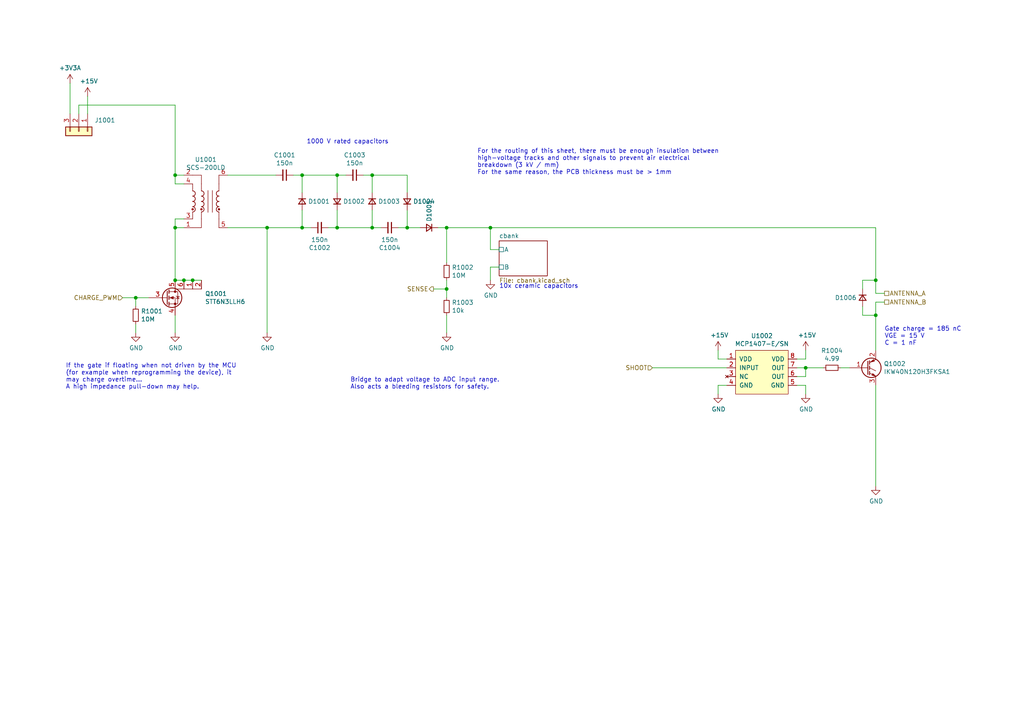
<source format=kicad_sch>
(kicad_sch (version 20250114) (generator "eeschema") (generator_version "9.0")
  (paper "A4")
  (title_block (title "Electromagnetic Fault Injector") (date "2019-10-29") (rev "0.1") (company "Ledger"))
  (lib_symbols
    (symbol "Connector_Generic:Conn_01x03" (pin_names (offset 1.016) (hide yes))
      (property "Reference" "J" (at 0 5.08 0))
      (property "Value" "Conn_01x03" (at 0 -5.08 0))
      (symbol "Conn_01x03_1_1"
        (rectangle (start -1.27 3.81) (end 1.27 -3.81) (stroke (width 0.254)) (fill (type background)))
        (rectangle (start -1.27 2.667) (end 0 2.413) (stroke (width 0.1524)))
        (rectangle (start -1.27 0.127) (end 0 -0.127) (stroke (width 0.1524)))
        (rectangle (start -1.27 -2.413) (end 0 -2.667) (stroke (width 0.1524)))
        (pin passive line (at -5.08 2.54 0) (length 3.81) (name "Pin_1") (number "1"))
        (pin passive line (at -5.08 0 0) (length 3.81) (name "Pin_2") (number "2"))
        (pin passive line (at -5.08 -2.54 0) (length 3.81) (name "Pin_3") (number "3"))
      )
    )
    (symbol "Device:C_Small" (pin_numbers (hide yes)) (pin_names (offset 0.254) (hide yes))
      (property "Reference" "C" (at 0.254 1.778 0))
      (property "Value" "C_Small" (at 0.254 -2.032 0))
      (symbol "C_Small_0_1"
        (polyline (pts (xy -1.524 0.508) (xy 1.524 0.508)) (stroke (width 0.3048)))
        (polyline (pts (xy -1.524 -0.508) (xy 1.524 -0.508)) (stroke (width 0.3302)))
      )
      (symbol "C_Small_1_1"
        (pin passive line (at 0 2.54 270) (length 2.032) (name "~") (number "1"))
        (pin passive line (at 0 -2.54 90) (length 2.032) (name "~") (number "2"))
      )
    )
    (symbol "Device:D_Small" (pin_numbers (hide yes)) (pin_names (offset 0.254) (hide yes))
      (property "Reference" "D" (at -1.27 2.032 0))
      (property "Value" "D_Small" (at -3.81 -2.032 0))
      (symbol "D_Small_0_1"
        (polyline (pts (xy -0.762 0) (xy 0.762 0)))
        (polyline (pts (xy -0.762 -1.016) (xy -0.762 1.016)) (stroke (width 0.254)))
        (polyline (pts (xy 0.762 -1.016) (xy -0.762 0) (xy 0.762 1.016) (xy 0.762 -1.016)) (stroke (width 0.254)))
      )
      (symbol "D_Small_1_1"
        (pin passive line (at -2.54 0 0) (length 1.778) (name "K") (number "1"))
        (pin passive line (at 2.54 0 180) (length 1.778) (name "A") (number "2"))
      )
    )
    (symbol "Device:Q_NIGBT_GCE" (pin_names (offset 0) (hide yes))
      (property "Reference" "Q" (at 5.08 1.27 0))
      (property "Value" "Q_NIGBT_GCE" (at 5.08 -1.27 0))
      (symbol "Q_NIGBT_GCE_0_1"
        (polyline (pts (xy 0.254 1.905) (xy 0.254 -1.905) (xy 0.254 -1.905)) (stroke (width 0.254)))
        (polyline (pts (xy 0.762 2.032) (xy 0.762 1.016)) (stroke (width 0.254)))
        (polyline (pts (xy 0.762 0.508) (xy 0.762 -0.508)) (stroke (width 0.254)))
        (polyline (pts (xy 0.762 -1.016) (xy 0.762 -2.032)) (stroke (width 0.254)))
        (circle (center 1.27 0) (radius 2.8194) (stroke (width 0.254)))
        (polyline (pts (xy 1.397 -2.159) (xy 1.651 -1.651) (xy 2.54 -2.413) (xy 1.397 -2.159)) (fill (type outline)))
        (polyline (pts (xy 2.159 1.905) (xy 1.905 2.413) (xy 1.016 1.651) (xy 2.159 1.905)) (fill (type outline)))
        (polyline (pts (xy 2.54 2.413) (xy 0.762 1.524)))
        (polyline (pts (xy 2.54 -0.889) (xy 0.762 0)))
        (polyline (pts (xy 2.54 -2.413) (xy 0.762 -1.524)))
      )
      (symbol "Q_NIGBT_GCE_1_1"
        (pin input line (at -5.08 0 0) (length 5.334) (name "G") (number "1"))
        (pin passive line (at 2.54 5.08 270) (length 2.54) (name "C") (number "2"))
        (pin passive line (at 2.54 -5.08 90) (length 2.54) (name "E") (number "3"))
      )
    )
    (symbol "Device:R_Small" (pin_numbers (hide yes)) (pin_names (offset 0.254) (hide yes))
      (property "Reference" "R" (at 0.762 0.508 0))
      (property "Value" "R_Small" (at 0.762 -1.016 0))
      (symbol "R_Small_0_1"
        (rectangle (start -0.762 1.778) (end 0.762 -1.778) (stroke (width 0.2032)))
      )
      (symbol "R_Small_1_1"
        (pin passive line (at 0 2.54 270) (length 0.762) (name "~") (number "1"))
        (pin passive line (at 0 -2.54 90) (length 0.762) (name "~") (number "2"))
      )
    )
    (symbol "mylib:+3V3A" (power) (pin_numbers (hide yes)) (pin_names (offset 1.016))
      (property "Value" "mylib_+3V3A" (at 0 0 0))
      (symbol "+3V3A_1_1"
        (polyline (pts (xy -0.762 1.27) (xy 0 2.54)))
        (polyline (pts (xy 0 2.54) (xy 0.762 1.27)))
        (polyline (pts (xy 0 0) (xy 0 2.54)))
        (pin power_in line (at 0 0 90) (length 0) (hide yes) (name "+3V3A") (number "1"))
      )
    )
    (symbol "mylib:MCP1407" (pin_names (offset 1.016))
      (property "Reference" "U" (at 0 6.35 0))
      (property "Value" "mylib_MCP1407" (at 0 -8.89 0))
      (symbol "MCP1407_0_1"
        (rectangle (start -7.62 5.08) (end 7.62 -7.62) (fill (type background)))
      )
      (symbol "MCP1407_1_1"
        (pin power_in line (at -10.16 2.54 0) (length 2.54) (name "VDD") (number "1"))
        (pin input line (at -10.16 0 0) (length 2.54) (name "INPUT") (number "2"))
        (pin no_connect line (at -10.16 -2.54 0) (length 2.54) (name "NC") (number "3"))
        (pin power_in line (at -10.16 -5.08 0) (length 2.54) (name "GND") (number "4"))
        (pin power_in line (at 10.16 2.54 180) (length 2.54) (name "VDD") (number "8"))
        (pin output line (at 10.16 0 180) (length 2.54) (name "OUT") (number "7"))
        (pin output line (at 10.16 -2.54 180) (length 2.54) (name "OUT") (number "6"))
        (pin power_in line (at 10.16 -5.08 180) (length 2.54) (name "GND") (number "5"))
      )
    )
    (symbol "mylib:SCS-200LD" (pin_names (offset 1.016))
      (property "Reference" "U" (at 0 0 0))
      (property "Value" "mylib_SCS-200LD" (at 0 0 0))
      (symbol "SCS-200LD_0_1"
        (polyline (pts (xy -2.54 5.08) (xy -2.54 7.62) (xy -5.08 7.62)))
        (polyline (pts (xy -2.54 -5.08) (xy -2.54 -7.62) (xy -5.08 -7.62)))
        (polyline (pts (xy 2.54 5.08) (xy 2.54 7.62)))
        (polyline (pts (xy 2.54 -7.62) (xy 2.54 -5.08)))
      )
      (symbol "SCS-200LD_1_1"
        (arc (start -5.08 3.048) (mid -4.3213 2.286) (end -5.08 1.524) (stroke (width 0.2032)))
        (arc (start -5.08 1.524) (mid -4.3213 0.762) (end -5.08 0) (stroke (width 0.2032)))
        (arc (start -5.08 0) (mid -4.3213 -0.762) (end -5.08 -1.524) (stroke (width 0.2032)))
        (arc (start -5.08 -1.524) (mid -4.3213 -2.286) (end -5.08 -3.048) (stroke (width 0.2032)))
        (polyline (pts (xy -5.08 5.08) (xy -5.08 3.048)))
        (circle (center -5.08 2.286) (radius 0.254) (fill (type outline)))
        (polyline (pts (xy -5.08 -3.048) (xy -5.08 -5.08)))
        (arc (start -2.54 3.048) (mid -1.7813 2.286) (end -2.54 1.524) (stroke (width 0.2032)))
        (arc (start -2.54 1.524) (mid -1.7813 0.762) (end -2.54 0) (stroke (width 0.2032)))
        (arc (start -2.54 0) (mid -1.7813 -0.762) (end -2.54 -1.524) (stroke (width 0.2032)))
        (arc (start -2.54 -1.524) (mid -1.7813 -2.286) (end -2.54 -3.048) (stroke (width 0.2032)))
        (polyline (pts (xy -2.54 5.08) (xy -2.54 3.048)))
        (circle (center -2.54 2.286) (radius 0.254) (fill (type outline)))
        (polyline (pts (xy -2.54 -3.048) (xy -2.54 -5.08)))
        (polyline (pts (xy -0.635 3.175) (xy -0.635 -3.175)))
        (polyline (pts (xy 0.635 3.175) (xy 0.635 -3.175)))
        (polyline (pts (xy 2.54 5.08) (xy 2.54 3.048)))
        (circle (center 2.54 2.286) (radius 0.254) (fill (type outline)))
        (polyline (pts (xy 2.54 -3.048) (xy 2.54 -5.08)))
        (arc (start 2.54 1.524) (mid 1.7813 2.286) (end 2.54 3.048) (stroke (width 0.2032)))
        (arc (start 2.54 0) (mid 1.7813 0.762) (end 2.54 1.524) (stroke (width 0.2032)))
        (arc (start 2.54 -1.524) (mid 1.7813 -0.762) (end 2.54 0) (stroke (width 0.2032)))
        (arc (start 2.54 -3.048) (mid 1.7813 -2.286) (end 2.54 -1.524) (stroke (width 0.2032)))
        (pin passive line (at -7.62 7.62 0) (length 2.54) (name "~") (number "1"))
        (pin passive line (at -7.62 5.08 0) (length 2.54) (name "~") (number "3"))
        (pin passive line (at -7.62 -5.08 0) (length 2.54) (name "~") (number "4"))
        (pin passive line (at -7.62 -7.62 0) (length 2.54) (name "~") (number "2"))
        (pin passive line (at 5.08 7.62 180) (length 2.54) (name "~") (number "5"))
        (pin passive line (at 5.08 -7.62 180) (length 2.54) (name "~") (number "6"))
      )
    )
    (symbol "mylib:STT6N3LLH6" (pin_names (offset 1.016))
      (property "Reference" "Q" (at 3.81 0 0))
      (property "Value" "mylib_STT6N3LLH6" (at 7.62 -2.54 0))
      (symbol "STT6N3LLH6_0_1"
        (polyline (pts (xy 7.62 2.54) (xy 0 2.54)))
      )
      (symbol "STT6N3LLH6_1_1"
        (polyline (pts (xy -2.4892 0) (xy -2.286 0)))
        (polyline (pts (xy -2.286 1.905) (xy -2.286 -1.905) (xy -2.286 -1.905)) (stroke (width 0.254)))
        (polyline (pts (xy -1.778 2.286) (xy -1.778 1.27)) (stroke (width 0.254)))
        (polyline (pts (xy -1.778 1.778) (xy 0 1.778)))
        (polyline (pts (xy -1.778 0.508) (xy -1.778 -0.508)) (stroke (width 0.254)))
        (polyline (pts (xy -1.778 0) (xy 0 0)))
        (polyline (pts (xy -1.778 -1.27) (xy -1.778 -2.286)) (stroke (width 0.254)))
        (polyline (pts (xy -1.778 -1.778) (xy 0 -1.778)))
        (polyline (pts (xy -1.524 0) (xy -0.508 0.381) (xy -0.508 -0.381) (xy -1.524 0)) (fill (type outline)))
        (circle (center -0.889 0) (radius 2.8194) (stroke (width 0.254)))
        (polyline (pts (xy 0 2.54) (xy 0 1.778)))
        (circle (center 0 1.778) (radius 0.2794) (fill (type outline)))
        (polyline (pts (xy 0 -1.778) (xy 0 0)))
        (polyline (pts (xy 0 -1.778) (xy 0 -2.54)))
        (polyline (pts (xy 0 -1.778) (xy 0.762 -1.778) (xy 0.762 1.778) (xy 0 1.778)))
        (circle (center 0 -1.778) (radius 0.2794) (fill (type outline)))
        (polyline (pts (xy 0.254 0.508) (xy 0.381 0.381) (xy 1.143 0.381) (xy 1.27 0.254)))
        (polyline (pts (xy 0.762 0.381) (xy 0.381 -0.254) (xy 1.143 -0.254) (xy 0.762 0.381)))
        (pin input line (at -7.62 0 0) (length 5.08) (name "~") (number "3"))
        (pin passive line (at 0 5.08 270) (length 2.54) (name "~") (number "5"))
        (pin passive line (at 0 -5.08 90) (length 2.54) (name "~") (number "4"))
        (pin passive line (at 2.54 5.08 270) (length 2.54) (name "~") (number "6"))
        (pin passive line (at 5.08 5.08 270) (length 2.54) (name "~") (number "1"))
        (pin passive line (at 7.62 5.08 270) (length 2.54) (name "~") (number "2"))
      )
    )
    (symbol "power:+15V" (power) (pin_names (offset 0))
      (property "Value" "+15V" (at 0 3.556 0))
      (symbol "+15V_0_1"
        (polyline (pts (xy -0.762 1.27) (xy 0 2.54)))
        (polyline (pts (xy 0 2.54) (xy 0.762 1.27)))
        (polyline (pts (xy 0 0) (xy 0 2.54)))
      )
      (symbol "+15V_1_1"
        (pin power_in line (at 0 0 90) (length 0) (hide yes) (name "+15V") (number "1"))
      )
    )
    (symbol "power:GND" (power) (pin_names (offset 0))
      (property "Value" "GND" (at 0 -3.81 0))
      (symbol "GND_0_1"
        (polyline (pts (xy 0 0) (xy 0 -1.27) (xy 1.27 -1.27) (xy 0 -2.54) (xy -1.27 -1.27) (xy 0 -1.27)))
      )
      (symbol "GND_1_1"
        (pin power_in line (at 0 0 270) (length 0) (hide yes) (name "GND") (number "1"))
      )
    )
  )
  (text "10x ceramic capacitors" (at 144.78 83.82 0) (effects (font (size 1.27 1.27)) (justify left bottom)))
  (text "Gate charge = 185 nC\nVGE = 15 V\nC = 1 nF" (at 256.54 100.33 0) (effects (font (size 1.27 1.27)) (justify left bottom)))
  (text "If the gate if floating when not driven by the MCU\n(for example when reprogramming the device), it\nmay charge overtime...\nA high impedance pull-down may help." (at 19.05 113.03 0) (effects (font (size 1.27 1.27)) (justify left bottom)))
  (text "For the routing of this sheet, there must be enough insulation between\nhigh-voltage tracks and other signals to prevent air electrical\nbreakdown (3 kV / mm)\nFor the same reason, the PCB thickness must be > 1mm" (at 138.43 50.8 0) (effects (font (size 1.27 1.27)) (justify left bottom)))
  (text "1000 V rated capacitors" (at 88.9 41.91 0) (effects (font (size 1.27 1.27)) (justify left bottom)))
  (text "Bridge to adapt voltage to ADC input range.\nAlso acts a bleeding resistors for safety." (at 101.6 113.03 0) (effects (font (size 1.27 1.27)) (justify left bottom)))
  (junction (at 50.8 81.28))
  (junction (at 254 91.44))
  (junction (at 129.54 83.82))
  (junction (at 107.95 50.8))
  (junction (at 55.88 81.28))
  (junction (at 50.8 66.04))
  (junction (at 87.63 50.8))
  (junction (at 50.8 50.8))
  (junction (at 87.63 66.04))
  (junction (at 39.37 86.36))
  (junction (at 53.34 81.28))
  (junction (at 118.11 66.04))
  (junction (at 97.79 66.04))
  (junction (at 142.24 66.04))
  (junction (at 107.95 66.04))
  (junction (at 129.54 66.04))
  (junction (at 233.68 106.68))
  (junction (at 254 81.28))
  (junction (at 77.47 66.04))
  (junction (at 97.79 50.8))
  (wire (pts (xy 53.34 63.5) (xy 50.8 63.5)))
  (wire (pts (xy 100.33 50.8) (xy 97.79 50.8)))
  (wire (pts (xy 129.54 81.28) (xy 129.54 83.82)))
  (wire (pts (xy 22.86 30.48) (xy 50.8 30.48)))
  (wire (pts (xy 127 66.04) (xy 129.54 66.04)))
  (wire (pts (xy 39.37 88.9) (xy 39.37 86.36)))
  (wire (pts (xy 77.47 96.52) (xy 77.47 66.04)))
  (wire (pts (xy 144.78 77.47) (xy 142.24 77.47)))
  (wire (pts (xy 254 81.28) (xy 254 66.04)))
  (wire (pts (xy 115.57 66.04) (xy 118.11 66.04)))
  (wire (pts (xy 142.24 72.39) (xy 142.24 66.04)))
  (wire (pts (xy 254 87.63) (xy 254 91.44)))
  (wire (pts (xy 50.8 63.5) (xy 50.8 66.04)))
  (wire (pts (xy 246.38 106.68) (xy 243.84 106.68)))
  (wire (pts (xy 238.76 106.68) (xy 233.68 106.68)))
  (wire (pts (xy 55.88 81.28) (xy 53.34 81.28)))
  (wire (pts (xy 250.19 83.82) (xy 250.19 81.28)))
  (wire (pts (xy 233.68 109.22) (xy 231.14 109.22)))
  (wire (pts (xy 254 111.76) (xy 254 140.97)))
  (wire (pts (xy 210.82 111.76) (xy 208.28 111.76)))
  (wire (pts (xy 77.47 66.04) (xy 87.63 66.04)))
  (wire (pts (xy 50.8 96.52) (xy 50.8 91.44)))
  (wire (pts (xy 233.68 114.3) (xy 233.68 111.76)))
  (wire (pts (xy 39.37 86.36) (xy 43.18 86.36)))
  (wire (pts (xy 118.11 66.04) (xy 118.11 60.96)))
  (wire (pts (xy 118.11 66.04) (xy 121.92 66.04)))
  (wire (pts (xy 256.54 85.09) (xy 254 85.09)))
  (wire (pts (xy 129.54 83.82) (xy 125.73 83.82)))
  (wire (pts (xy 97.79 55.88) (xy 97.79 50.8)))
  (wire (pts (xy 95.25 66.04) (xy 97.79 66.04)))
  (wire (pts (xy 50.8 50.8) (xy 50.8 30.48)))
  (wire (pts (xy 97.79 50.8) (xy 87.63 50.8)))
  (wire (pts (xy 142.24 77.47) (xy 142.24 81.28)))
  (wire (pts (xy 87.63 50.8) (xy 87.63 55.88)))
  (wire (pts (xy 233.68 106.68) (xy 233.68 109.22)))
  (wire (pts (xy 129.54 66.04) (xy 142.24 66.04)))
  (wire (pts (xy 210.82 104.14) (xy 208.28 104.14)))
  (wire (pts (xy 129.54 91.44) (xy 129.54 96.52)))
  (wire (pts (xy 208.28 104.14) (xy 208.28 101.6)))
  (wire (pts (xy 233.68 101.6) (xy 233.68 104.14)))
  (wire (pts (xy 256.54 87.63) (xy 254 87.63)))
  (wire (pts (xy 110.49 66.04) (xy 107.95 66.04)))
  (wire (pts (xy 189.23 106.68) (xy 210.82 106.68)))
  (wire (pts (xy 254 85.09) (xy 254 81.28)))
  (wire (pts (xy 35.56 86.36) (xy 39.37 86.36)))
  (wire (pts (xy 87.63 66.04) (xy 90.17 66.04)))
  (wire (pts (xy 107.95 60.96) (xy 107.95 66.04)))
  (wire (pts (xy 50.8 66.04) (xy 50.8 81.28)))
  (wire (pts (xy 107.95 66.04) (xy 97.79 66.04)))
  (wire (pts (xy 142.24 66.04) (xy 254 66.04)))
  (wire (pts (xy 233.68 106.68) (xy 231.14 106.68)))
  (wire (pts (xy 85.09 50.8) (xy 87.63 50.8)))
  (wire (pts (xy 250.19 91.44) (xy 250.19 88.9)))
  (wire (pts (xy 66.04 66.04) (xy 77.47 66.04)))
  (wire (pts (xy 129.54 83.82) (xy 129.54 86.36)))
  (wire (pts (xy 39.37 96.52) (xy 39.37 93.98)))
  (wire (pts (xy 144.78 72.39) (xy 142.24 72.39)))
  (wire (pts (xy 20.32 24.13) (xy 20.32 33.02)))
  (wire (pts (xy 58.42 81.28) (xy 55.88 81.28)))
  (wire (pts (xy 50.8 53.34) (xy 50.8 50.8)))
  (wire (pts (xy 53.34 81.28) (xy 50.8 81.28)))
  (wire (pts (xy 53.34 66.04) (xy 50.8 66.04)))
  (wire (pts (xy 208.28 111.76) (xy 208.28 114.3)))
  (wire (pts (xy 97.79 66.04) (xy 97.79 60.96)))
  (wire (pts (xy 53.34 53.34) (xy 50.8 53.34)))
  (wire (pts (xy 107.95 50.8) (xy 107.95 55.88)))
  (wire (pts (xy 233.68 104.14) (xy 231.14 104.14)))
  (wire (pts (xy 118.11 55.88) (xy 118.11 50.8)))
  (wire (pts (xy 25.4 27.94) (xy 25.4 33.02)))
  (wire (pts (xy 105.41 50.8) (xy 107.95 50.8)))
  (wire (pts (xy 233.68 111.76) (xy 231.14 111.76)))
  (wire (pts (xy 53.34 50.8) (xy 50.8 50.8)))
  (wire (pts (xy 250.19 81.28) (xy 254 81.28)))
  (wire (pts (xy 87.63 60.96) (xy 87.63 66.04)))
  (wire (pts (xy 66.04 50.8) (xy 80.01 50.8)))
  (wire (pts (xy 254 91.44) (xy 254 101.6)))
  (wire (pts (xy 254 91.44) (xy 250.19 91.44)))
  (wire (pts (xy 129.54 66.04) (xy 129.54 76.2)))
  (wire (pts (xy 118.11 50.8) (xy 107.95 50.8)))
  (wire (pts (xy 22.86 33.02) (xy 22.86 30.48)))
  (hierarchical_label "ANTENNA_A" (shape passive) (at 256.54 85.09 0))
  (hierarchical_label "SENSE" (shape output) (at 125.73 83.82 180))
  (hierarchical_label "SHOOT" (shape input) (at 189.23 106.68 180))
  (hierarchical_label "ANTENNA_B" (shape passive) (at 256.54 87.63 0))
  (hierarchical_label "CHARGE_PWM" (shape input) (at 35.56 86.36 180))
  (symbol (lib_id "Device:C_Small") (at 82.55 50.8 270) (unit 1)
    (property "Reference" "C1001" (at 82.55 44.9834 90))
    (property "Value" "150n" (at 82.55 47.2948 90))
    (property "Footprint" "Capacitor_SMD:C_2225_5664Metric_Pad1.80x6.60mm_HandSolder" (effects (hide yes)))
    (property "Manufacturer" "Kemet" (effects (hide yes)))
    (property "ManufacturerRef" "C2225X154KDRACTU" (effects (hide yes)))
    (property "Price" "3.46" (effects (hide yes)))
    (property "Vendor" "Farnell" (effects (hide yes)))
    (property "VendorRef" "2676668" (effects (hide yes)))
    (property "Voltage" "1000" (effects (hide yes)))
  )
  (symbol (lib_id "Device:D_Small") (at 87.63 58.42 270) (unit 1)
    (property "Reference" "D1001" (at 89.3572 58.42 90) (effects (justify left)))
    (property "Value" "US1K-E3/61T" (effects (hide yes)))
    (property "Footprint" "Diode_SMD:D_SMA_Handsoldering" (effects (hide yes)))
    (property "Manufacturer" "Vishay" (effects (hide yes)))
    (property "ManufacturerRef" "US1K-E3/61T" (effects (hide yes)))
    (property "Vendor" "Farnell" (effects (hide yes)))
    (property "VendorRef" "2335178" (effects (hide yes)))
    (property "Price" "0.291" (effects (hide yes)))
  )
  (symbol (lib_id "Device:C_Small") (at 92.71 66.04 90) (mirror x) (unit 1)
    (property "Reference" "C1002" (at 92.71 71.8566 90))
    (property "Value" "150n" (at 92.71 69.5452 90))
    (property "Footprint" "Capacitor_SMD:C_2225_5664Metric_Pad1.80x6.60mm_HandSolder" (effects (hide yes)))
    (property "Manufacturer" "Kemet" (effects (hide yes)))
    (property "ManufacturerRef" "C2225X154KDRACTU" (effects (hide yes)))
    (property "Price" "3.46" (effects (hide yes)))
    (property "Vendor" "Farnell" (effects (hide yes)))
    (property "VendorRef" "2676668" (effects (hide yes)))
    (property "Voltage" "1000" (effects (hide yes)))
  )
  (symbol (lib_id "Device:C_Small") (at 102.87 50.8 270) (unit 1)
    (property "Reference" "C1003" (at 102.87 44.9834 90))
    (property "Value" "150n" (at 102.87 47.2948 90))
    (property "Footprint" "Capacitor_SMD:C_2225_5664Metric_Pad1.80x6.60mm_HandSolder" (effects (hide yes)))
    (property "Manufacturer" "Kemet" (effects (hide yes)))
    (property "ManufacturerRef" "C2225X154KDRACTU" (effects (hide yes)))
    (property "Price" "3.46" (effects (hide yes)))
    (property "Vendor" "Farnell" (effects (hide yes)))
    (property "VendorRef" "2676668" (effects (hide yes)))
    (property "Voltage" "1000" (effects (hide yes)))
  )
  (symbol (lib_id "Device:C_Small") (at 113.03 66.04 270) (mirror x) (unit 1)
    (property "Reference" "C1004" (at 113.03 71.8566 90))
    (property "Value" "150n" (at 113.03 69.5452 90))
    (property "Footprint" "Capacitor_SMD:C_2225_5664Metric_Pad1.80x6.60mm_HandSolder" (effects (hide yes)))
    (property "Manufacturer" "Kemet" (effects (hide yes)))
    (property "ManufacturerRef" "C2225X154KDRACTU" (effects (hide yes)))
    (property "Price" "3.46" (effects (hide yes)))
    (property "Vendor" "Farnell" (effects (hide yes)))
    (property "VendorRef" "2676668" (effects (hide yes)))
    (property "Voltage" "1000" (effects (hide yes)))
  )
  (symbol (lib_id "mylib:STT6N3LLH6") (at 50.8 86.36 0) (unit 1)
    (property "Reference" "Q1001" (at 59.4614 85.1916 0) (effects (justify left)))
    (property "Value" "STT6N3LLH6" (at 59.4614 87.503 0) (effects (justify left)))
    (property "Footprint" "Package_TO_SOT_SMD:SOT-23-6" (effects (hide yes)))
    (property "Manufacturer" "STMicroelectronics" (effects (hide yes)))
    (property "ManufacturerRef" "STT6N3LLH6" (effects (hide yes)))
    (property "Vendor" "Farnell" (effects (hide yes)))
    (property "VendorRef" "3130139" (effects (hide yes)))
    (property "Price" "0.869" (effects (hide yes)))
  )
  (symbol (lib_id "power:GND") (at 50.8 96.52 0) (unit 1)
    (property "Reference" "#PWR01004" (effects (hide yes)))
    (property "Value" "GND" (at 50.927 100.9142 0))
  )
  (symbol (lib_id "mylib:+3V3A") (at 20.32 24.13 0) (unit 1)
    (property "Reference" "#PWR01001" (effects (hide yes)))
    (property "Value" "+3V3A" (at 20.32 19.7104 0))
  )
  (symbol (lib_id "power:GND") (at 77.47 96.52 0) (unit 1)
    (property "Reference" "#PWR01005" (effects (hide yes)))
    (property "Value" "GND" (at 77.597 100.9142 0))
  )
  (symbol (lib_id "Device:R_Small") (at 129.54 78.74 0) (unit 1)
    (property "Reference" "R1002" (at 131.0386 77.5716 0) (effects (justify left)))
    (property "Value" "10M" (at 131.0386 79.883 0) (effects (justify left)))
    (property "Footprint" "Resistor_SMD:R_0603_1608Metric" (effects (hide yes)))
    (property "Manufacturer" "Multicomp" (effects (hide yes)))
    (property "ManufacturerRef" "MCWR06W1005FTL" (effects (hide yes)))
    (property "Price" "0.0046" (effects (hide yes)))
    (property "Vendor" "Farnell" (effects (hide yes)))
    (property "VendorRef" "2447232" (effects (hide yes)))
  )
  (symbol (lib_id "Device:R_Small") (at 129.54 88.9 0) (unit 1)
    (property "Reference" "R1003" (at 131.0386 87.7316 0) (effects (justify left)))
    (property "Value" "10k" (at 131.0386 90.043 0) (effects (justify left)))
    (property "Footprint" "Resistor_SMD:R_0603_1608Metric" (effects (hide yes)))
    (property "Manufacturer" "TE Connectivity" (effects (hide yes)))
    (property "ManufacturerRef" "CRGH0603J10K" (effects (hide yes)))
    (property "Price" "0.038" (effects (hide yes)))
    (property "Vendor" "Farnell" (effects (hide yes)))
    (property "VendorRef" "2331740" (effects (hide yes)))
  )
  (symbol (lib_id "power:GND") (at 129.54 96.52 0) (unit 1)
    (property "Reference" "#PWR01006" (effects (hide yes)))
    (property "Value" "GND" (at 129.667 100.9142 0))
  )
  (symbol (lib_id "Device:Q_NIGBT_GCE") (at 251.46 106.68 0) (unit 1)
    (property "Reference" "Q1002" (at 256.3114 105.5116 0) (effects (justify left)))
    (property "Value" "IKW40N120H3FKSA1" (at 256.3114 107.823 0) (effects (justify left)))
    (property "Footprint" "mykicadlibs:TO-247-3_Horizontal_TabDown_NoTabDrill" (effects (hide yes)))
    (property "Datasheet" "https://www.infineon.com/dgdl/Infineon-IKW40N120H3-DS-v02_01-EN.pdf?fileId=db3a304325305e6d012591d4832f7032" (effects (hide yes)))
    (property "Manufacturer" "Infineon" (effects (hide yes)))
    (property "ManufacturerRef" "IKW40N120H3FKSA1" (effects (hide yes)))
    (property "Vendor" "Farnell" (effects (hide yes)))
    (property "VendorRef" "1832351" (effects (hide yes)))
    (property "Price" "8.46" (effects (hide yes)))
  )
  (symbol (lib_id "power:GND") (at 254 140.97 0) (unit 1)
    (property "Reference" "#PWR01012" (effects (hide yes)))
    (property "Value" "GND" (at 254.127 145.3642 0))
  )
  (symbol (lib_id "Connector_Generic:Conn_01x03") (at 22.86 38.1 270) (unit 1)
    (property "Reference" "J1001" (at 27.432 34.8742 90) (effects (justify left)))
    (property "Value" "Conn_01x03" (effects (hide yes)))
    (property "Footprint" "Connector_PinHeader_2.54mm:PinHeader_1x03_P2.54mm_Vertical" (effects (hide yes)))
  )
  (symbol (lib_id "power:+15V") (at 25.4 27.94 0) (unit 1)
    (property "Reference" "#PWR01002" (effects (hide yes)))
    (property "Value" "+15V" (at 25.781 23.5458 0))
  )
  (symbol (lib_id "power:GND") (at 233.68 114.3 0) (unit 1)
    (property "Reference" "#PWR01011" (effects (hide yes)))
    (property "Value" "GND" (at 233.807 118.6942 0))
  )
  (symbol (lib_id "power:+15V") (at 233.68 101.6 0) (unit 1)
    (property "Reference" "#PWR01010" (effects (hide yes)))
    (property "Value" "+15V" (at 234.061 97.2058 0))
  )
  (symbol (lib_id "Device:D_Small") (at 97.79 58.42 270) (mirror x) (unit 1)
    (property "Reference" "D1002" (at 99.5172 58.42 90) (effects (justify left)))
    (property "Value" "US1K-E3/61T" (effects (hide yes)))
    (property "Footprint" "Diode_SMD:D_SMA_Handsoldering" (effects (hide yes)))
    (property "Manufacturer" "Vishay" (effects (hide yes)))
    (property "ManufacturerRef" "US1K-E3/61T" (effects (hide yes)))
    (property "Vendor" "Farnell" (effects (hide yes)))
    (property "VendorRef" "2335178" (effects (hide yes)))
    (property "Price" "0.291" (effects (hide yes)))
  )
  (symbol (lib_id "Device:D_Small") (at 107.95 58.42 270) (unit 1)
    (property "Reference" "D1003" (at 109.6772 58.42 90) (effects (justify left)))
    (property "Value" "US1K-E3/61T" (effects (hide yes)))
    (property "Footprint" "Diode_SMD:D_SMA_Handsoldering" (effects (hide yes)))
    (property "Manufacturer" "Vishay" (effects (hide yes)))
    (property "ManufacturerRef" "US1K-E3/61T" (effects (hide yes)))
    (property "Vendor" "Farnell" (effects (hide yes)))
    (property "VendorRef" "2335178" (effects (hide yes)))
    (property "Price" "0.291" (effects (hide yes)))
  )
  (symbol (lib_id "Device:D_Small") (at 118.11 58.42 270) (mirror x) (unit 1)
    (property "Reference" "D1004" (at 119.8372 58.42 90) (effects (justify left)))
    (property "Value" "US1K-E3/61T" (effects (hide yes)))
    (property "Footprint" "Diode_SMD:D_SMA_Handsoldering" (effects (hide yes)))
    (property "Manufacturer" "Vishay" (effects (hide yes)))
    (property "ManufacturerRef" "US1K-E3/61T" (effects (hide yes)))
    (property "Vendor" "Farnell" (effects (hide yes)))
    (property "VendorRef" "2335178" (effects (hide yes)))
    (property "Price" "0.291" (effects (hide yes)))
  )
  (symbol (lib_id "mylib:SCS-200LD") (at 60.96 58.42 0) (mirror x) (unit 1)
    (property "Reference" "U1001" (at 59.69 46.2788 0))
    (property "Value" "SCS-200LD" (at 59.69 48.5902 0))
    (property "Footprint" "mykicadlibs:SCS-200L" (effects (hide yes)))
    (property "Manufacturer" "Coilcraft" (effects (hide yes)))
    (property "ManufacturerRef" "SCS-200L" (effects (hide yes)))
    (property "Price" "3.62" (effects (hide yes)))
    (property "Vendor" "Farnell" (effects (hide yes)))
    (property "VendorRef" "2526945" (effects (hide yes)))
  )
  (symbol (lib_id "Device:D_Small") (at 124.46 66.04 0) (mirror y) (unit 1)
    (property "Reference" "D1005" (at 124.46 64.3128 90) (effects (justify left)))
    (property "Value" "US1K-E3/61T" (effects (hide yes)))
    (property "Footprint" "Diode_SMD:D_SMA_Handsoldering" (effects (hide yes)))
    (property "Manufacturer" "Vishay" (effects (hide yes)))
    (property "ManufacturerRef" "US1K-E3/61T" (effects (hide yes)))
    (property "Vendor" "Farnell" (effects (hide yes)))
    (property "VendorRef" "2335178" (effects (hide yes)))
    (property "Price" "0.291" (effects (hide yes)))
  )
  (symbol (lib_id "power:GND") (at 142.24 81.28 0) (unit 1)
    (property "Reference" "#PWR01007" (effects (hide yes)))
    (property "Value" "GND" (at 142.367 85.6742 0))
  )
  (symbol (lib_id "mylib:MCP1407") (at 220.98 106.68 0) (unit 1)
    (property "Reference" "U1002" (at 220.98 97.409 0))
    (property "Value" "MCP1407-E/SN" (at 220.98 99.7204 0))
    (property "Footprint" "Package_SO:SOIC-8_3.9x4.9mm_P1.27mm" (effects (hide yes)))
    (property "Manufacturer" "Microchip" (effects (hide yes)))
    (property "ManufacturerRef" "MCP1407-E/SN" (effects (hide yes)))
    (property "Vendor" "Farnell" (effects (hide yes)))
    (property "VendorRef" "1332080" (effects (hide yes)))
    (property "Price" "0.918" (effects (hide yes)))
  )
  (symbol (lib_id "Device:R_Small") (at 241.3 106.68 270) (unit 1)
    (property "Reference" "R1004" (at 241.3 101.7016 90))
    (property "Value" "4.99" (at 241.3 104.013 90))
    (property "Footprint" "Resistor_SMD:R_0603_1608Metric" (effects (hide yes)))
    (property "Manufacturer" "Vishay" (effects (hide yes)))
    (property "ManufacturerRef" "CRCW06034R99FKEA" (effects (hide yes)))
    (property "Price" "0.0367" (effects (hide yes)))
    (property "ValueIdeal" "5" (effects (hide yes)))
    (property "Vendor" "Farnell" (effects (hide yes)))
    (property "VendorRef" "2616753" (effects (hide yes)))
  )
  (symbol (lib_id "power:+15V") (at 208.28 101.6 0) (unit 1)
    (property "Reference" "#PWR01008" (effects (hide yes)))
    (property "Value" "+15V" (at 208.661 97.2058 0))
  )
  (symbol (lib_id "power:GND") (at 208.28 114.3 0) (unit 1)
    (property "Reference" "#PWR01009" (effects (hide yes)))
    (property "Value" "GND" (at 208.407 118.6942 0))
  )
  (symbol (lib_id "Device:D_Small") (at 250.19 86.36 90) (mirror x) (unit 1)
    (property "Reference" "D1006" (at 248.4628 86.36 90) (effects (justify left)))
    (property "Value" "US1K-E3/61T" (effects (hide yes)))
    (property "Footprint" "Diode_SMD:D_SMA_Handsoldering" (effects (hide yes)))
    (property "Manufacturer" "Vishay" (effects (hide yes)))
    (property "ManufacturerRef" "US1K-E3/61T" (effects (hide yes)))
    (property "Vendor" "Farnell" (effects (hide yes)))
    (property "VendorRef" "2335178" (effects (hide yes)))
    (property "Price" "0.291" (effects (hide yes)))
  )
  (symbol (lib_id "Device:R_Small") (at 39.37 91.44 0) (unit 1)
    (property "Reference" "R1001" (at 40.8686 90.2716 0) (effects (justify left)))
    (property "Value" "10M" (at 40.8686 92.583 0) (effects (justify left)))
    (property "Footprint" "Resistor_SMD:R_0603_1608Metric" (effects (hide yes)))
    (property "Manufacturer" "Multicomp" (effects (hide yes)))
    (property "ManufacturerRef" "MCWR06W1005FTL" (effects (hide yes)))
    (property "Price" "0.0046" (effects (hide yes)))
    (property "Vendor" "Farnell" (effects (hide yes)))
    (property "VendorRef" "2447232" (effects (hide yes)))
  )
  (symbol (lib_id "power:GND") (at 39.37 96.52 0) (unit 1)
    (property "Reference" "#PWR01003" (effects (hide yes)))
    (property "Value" "GND" (at 39.497 100.9142 0))
  )
  (sheet (at 144.78 69.85) (size 13.97 10.16)
    (property "Sheetname" "cbank" (at 144.78 69.1384 0) (effects (justify left bottom)))
    (property "Sheetfile" "cbank.kicad_sch" (at 144.78 80.5946 0) (effects (justify left top)))
    (pin "A" passive (at 144.78 72.39 180))
    (pin "B" passive (at 144.78 77.47 180))
  )
)
</source>
